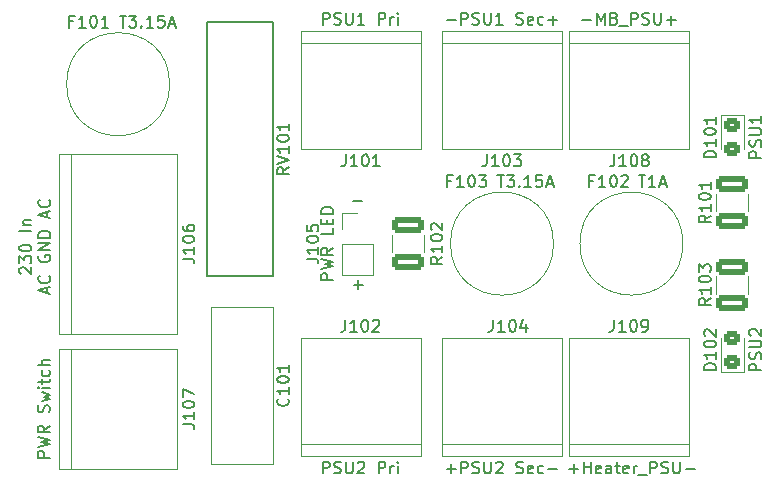
<source format=gto>
G04 #@! TF.GenerationSoftware,KiCad,Pcbnew,(6.0.8)*
G04 #@! TF.CreationDate,2022-10-30T15:33:41+01:00*
G04 #@! TF.ProjectId,PowerInput,506f7765-7249-46e7-9075-742e6b696361,rev?*
G04 #@! TF.SameCoordinates,Original*
G04 #@! TF.FileFunction,Legend,Top*
G04 #@! TF.FilePolarity,Positive*
%FSLAX46Y46*%
G04 Gerber Fmt 4.6, Leading zero omitted, Abs format (unit mm)*
G04 Created by KiCad (PCBNEW (6.0.8)) date 2022-10-30 15:33:41*
%MOMM*%
%LPD*%
G01*
G04 APERTURE LIST*
G04 Aperture macros list*
%AMRoundRect*
0 Rectangle with rounded corners*
0 $1 Rounding radius*
0 $2 $3 $4 $5 $6 $7 $8 $9 X,Y pos of 4 corners*
0 Add a 4 corners polygon primitive as box body*
4,1,4,$2,$3,$4,$5,$6,$7,$8,$9,$2,$3,0*
0 Add four circle primitives for the rounded corners*
1,1,$1+$1,$2,$3*
1,1,$1+$1,$4,$5*
1,1,$1+$1,$6,$7*
1,1,$1+$1,$8,$9*
0 Add four rect primitives between the rounded corners*
20,1,$1+$1,$2,$3,$4,$5,0*
20,1,$1+$1,$4,$5,$6,$7,0*
20,1,$1+$1,$6,$7,$8,$9,0*
20,1,$1+$1,$8,$9,$2,$3,0*%
G04 Aperture macros list end*
%ADD10C,0.150000*%
%ADD11C,0.120000*%
%ADD12RoundRect,0.250000X-1.075000X0.400000X-1.075000X-0.400000X1.075000X-0.400000X1.075000X0.400000X0*%
%ADD13R,1.700000X1.700000*%
%ADD14O,1.700000X1.700000*%
%ADD15C,3.200000*%
%ADD16C,2.000000*%
%ADD17RoundRect,0.250000X1.075000X-0.400000X1.075000X0.400000X-1.075000X0.400000X-1.075000X-0.400000X0*%
%ADD18R,3.000000X3.000000*%
%ADD19C,3.000000*%
%ADD20C,0.800000*%
%ADD21C,6.400000*%
%ADD22RoundRect,0.250000X0.450000X-0.325000X0.450000X0.325000X-0.450000X0.325000X-0.450000X-0.325000X0*%
%ADD23RoundRect,0.250000X-0.450000X0.325000X-0.450000X-0.325000X0.450000X-0.325000X0.450000X0.325000X0*%
G04 APERTURE END LIST*
D10*
X78702380Y-83119047D02*
X77702380Y-83119047D01*
X77702380Y-82738095D01*
X77750000Y-82642857D01*
X77797619Y-82595238D01*
X77892857Y-82547619D01*
X78035714Y-82547619D01*
X78130952Y-82595238D01*
X78178571Y-82642857D01*
X78226190Y-82738095D01*
X78226190Y-83119047D01*
X77702380Y-82214285D02*
X78702380Y-81976190D01*
X77988095Y-81785714D01*
X78702380Y-81595238D01*
X77702380Y-81357142D01*
X78702380Y-80404761D02*
X78226190Y-80738095D01*
X78702380Y-80976190D02*
X77702380Y-80976190D01*
X77702380Y-80595238D01*
X77750000Y-80500000D01*
X77797619Y-80452380D01*
X77892857Y-80404761D01*
X78035714Y-80404761D01*
X78130952Y-80452380D01*
X78178571Y-80500000D01*
X78226190Y-80595238D01*
X78226190Y-80976190D01*
X78654761Y-79261904D02*
X78702380Y-79119047D01*
X78702380Y-78880952D01*
X78654761Y-78785714D01*
X78607142Y-78738095D01*
X78511904Y-78690476D01*
X78416666Y-78690476D01*
X78321428Y-78738095D01*
X78273809Y-78785714D01*
X78226190Y-78880952D01*
X78178571Y-79071428D01*
X78130952Y-79166666D01*
X78083333Y-79214285D01*
X77988095Y-79261904D01*
X77892857Y-79261904D01*
X77797619Y-79214285D01*
X77750000Y-79166666D01*
X77702380Y-79071428D01*
X77702380Y-78833333D01*
X77750000Y-78690476D01*
X78035714Y-78357142D02*
X78702380Y-78166666D01*
X78226190Y-77976190D01*
X78702380Y-77785714D01*
X78035714Y-77595238D01*
X78702380Y-77214285D02*
X78035714Y-77214285D01*
X77702380Y-77214285D02*
X77750000Y-77261904D01*
X77797619Y-77214285D01*
X77750000Y-77166666D01*
X77702380Y-77214285D01*
X77797619Y-77214285D01*
X78035714Y-76880952D02*
X78035714Y-76500000D01*
X77702380Y-76738095D02*
X78559523Y-76738095D01*
X78654761Y-76690476D01*
X78702380Y-76595238D01*
X78702380Y-76500000D01*
X78654761Y-75738095D02*
X78702380Y-75833333D01*
X78702380Y-76023809D01*
X78654761Y-76119047D01*
X78607142Y-76166666D01*
X78511904Y-76214285D01*
X78226190Y-76214285D01*
X78130952Y-76166666D01*
X78083333Y-76119047D01*
X78035714Y-76023809D01*
X78035714Y-75833333D01*
X78083333Y-75738095D01*
X78702380Y-75309523D02*
X77702380Y-75309523D01*
X78702380Y-74880952D02*
X78178571Y-74880952D01*
X78083333Y-74928571D01*
X78035714Y-75023809D01*
X78035714Y-75166666D01*
X78083333Y-75261904D01*
X78130952Y-75309523D01*
X76242619Y-67559523D02*
X76195000Y-67511904D01*
X76147380Y-67416666D01*
X76147380Y-67178571D01*
X76195000Y-67083333D01*
X76242619Y-67035714D01*
X76337857Y-66988095D01*
X76433095Y-66988095D01*
X76575952Y-67035714D01*
X77147380Y-67607142D01*
X77147380Y-66988095D01*
X76147380Y-66654761D02*
X76147380Y-66035714D01*
X76528333Y-66369047D01*
X76528333Y-66226190D01*
X76575952Y-66130952D01*
X76623571Y-66083333D01*
X76718809Y-66035714D01*
X76956904Y-66035714D01*
X77052142Y-66083333D01*
X77099761Y-66130952D01*
X77147380Y-66226190D01*
X77147380Y-66511904D01*
X77099761Y-66607142D01*
X77052142Y-66654761D01*
X76147380Y-65416666D02*
X76147380Y-65321428D01*
X76195000Y-65226190D01*
X76242619Y-65178571D01*
X76337857Y-65130952D01*
X76528333Y-65083333D01*
X76766428Y-65083333D01*
X76956904Y-65130952D01*
X77052142Y-65178571D01*
X77099761Y-65226190D01*
X77147380Y-65321428D01*
X77147380Y-65416666D01*
X77099761Y-65511904D01*
X77052142Y-65559523D01*
X76956904Y-65607142D01*
X76766428Y-65654761D01*
X76528333Y-65654761D01*
X76337857Y-65607142D01*
X76242619Y-65559523D01*
X76195000Y-65511904D01*
X76147380Y-65416666D01*
X77147380Y-63892857D02*
X76147380Y-63892857D01*
X76480714Y-63416666D02*
X77147380Y-63416666D01*
X76575952Y-63416666D02*
X76528333Y-63369047D01*
X76480714Y-63273809D01*
X76480714Y-63130952D01*
X76528333Y-63035714D01*
X76623571Y-62988095D01*
X77147380Y-62988095D01*
X78471666Y-69202380D02*
X78471666Y-68726190D01*
X78757380Y-69297619D02*
X77757380Y-68964285D01*
X78757380Y-68630952D01*
X78662142Y-67726190D02*
X78709761Y-67773809D01*
X78757380Y-67916666D01*
X78757380Y-68011904D01*
X78709761Y-68154761D01*
X78614523Y-68249999D01*
X78519285Y-68297619D01*
X78328809Y-68345238D01*
X78185952Y-68345238D01*
X77995476Y-68297619D01*
X77900238Y-68249999D01*
X77805000Y-68154761D01*
X77757380Y-68011904D01*
X77757380Y-67916666D01*
X77805000Y-67773809D01*
X77852619Y-67726190D01*
X77805000Y-66011904D02*
X77757380Y-66107142D01*
X77757380Y-66249999D01*
X77805000Y-66392857D01*
X77900238Y-66488095D01*
X77995476Y-66535714D01*
X78185952Y-66583333D01*
X78328809Y-66583333D01*
X78519285Y-66535714D01*
X78614523Y-66488095D01*
X78709761Y-66392857D01*
X78757380Y-66249999D01*
X78757380Y-66154761D01*
X78709761Y-66011904D01*
X78662142Y-65964285D01*
X78328809Y-65964285D01*
X78328809Y-66154761D01*
X78757380Y-65535714D02*
X77757380Y-65535714D01*
X78757380Y-64964285D01*
X77757380Y-64964285D01*
X78757380Y-64488095D02*
X77757380Y-64488095D01*
X77757380Y-64250000D01*
X77805000Y-64107142D01*
X77900238Y-64011904D01*
X77995476Y-63964285D01*
X78185952Y-63916666D01*
X78328809Y-63916666D01*
X78519285Y-63964285D01*
X78614523Y-64011904D01*
X78709761Y-64107142D01*
X78757380Y-64250000D01*
X78757380Y-64488095D01*
X78471666Y-62773809D02*
X78471666Y-62297619D01*
X78757380Y-62869047D02*
X77757380Y-62535714D01*
X78757380Y-62202380D01*
X78662142Y-61297619D02*
X78709761Y-61345238D01*
X78757380Y-61488095D01*
X78757380Y-61583333D01*
X78709761Y-61726190D01*
X78614523Y-61821428D01*
X78519285Y-61869047D01*
X78328809Y-61916666D01*
X78185952Y-61916666D01*
X77995476Y-61869047D01*
X77900238Y-61821428D01*
X77805000Y-61726190D01*
X77757380Y-61583333D01*
X77757380Y-61488095D01*
X77805000Y-61345238D01*
X77852619Y-61297619D01*
X122690476Y-84071428D02*
X123452380Y-84071428D01*
X123071428Y-84452380D02*
X123071428Y-83690476D01*
X123928571Y-84452380D02*
X123928571Y-83452380D01*
X123928571Y-83928571D02*
X124500000Y-83928571D01*
X124500000Y-84452380D02*
X124500000Y-83452380D01*
X125357142Y-84404761D02*
X125261904Y-84452380D01*
X125071428Y-84452380D01*
X124976190Y-84404761D01*
X124928571Y-84309523D01*
X124928571Y-83928571D01*
X124976190Y-83833333D01*
X125071428Y-83785714D01*
X125261904Y-83785714D01*
X125357142Y-83833333D01*
X125404761Y-83928571D01*
X125404761Y-84023809D01*
X124928571Y-84119047D01*
X126261904Y-84452380D02*
X126261904Y-83928571D01*
X126214285Y-83833333D01*
X126119047Y-83785714D01*
X125928571Y-83785714D01*
X125833333Y-83833333D01*
X126261904Y-84404761D02*
X126166666Y-84452380D01*
X125928571Y-84452380D01*
X125833333Y-84404761D01*
X125785714Y-84309523D01*
X125785714Y-84214285D01*
X125833333Y-84119047D01*
X125928571Y-84071428D01*
X126166666Y-84071428D01*
X126261904Y-84023809D01*
X126595238Y-83785714D02*
X126976190Y-83785714D01*
X126738095Y-83452380D02*
X126738095Y-84309523D01*
X126785714Y-84404761D01*
X126880952Y-84452380D01*
X126976190Y-84452380D01*
X127690476Y-84404761D02*
X127595238Y-84452380D01*
X127404761Y-84452380D01*
X127309523Y-84404761D01*
X127261904Y-84309523D01*
X127261904Y-83928571D01*
X127309523Y-83833333D01*
X127404761Y-83785714D01*
X127595238Y-83785714D01*
X127690476Y-83833333D01*
X127738095Y-83928571D01*
X127738095Y-84023809D01*
X127261904Y-84119047D01*
X128166666Y-84452380D02*
X128166666Y-83785714D01*
X128166666Y-83976190D02*
X128214285Y-83880952D01*
X128261904Y-83833333D01*
X128357142Y-83785714D01*
X128452380Y-83785714D01*
X128547619Y-84547619D02*
X129309523Y-84547619D01*
X129547619Y-84452380D02*
X129547619Y-83452380D01*
X129928571Y-83452380D01*
X130023809Y-83500000D01*
X130071428Y-83547619D01*
X130119047Y-83642857D01*
X130119047Y-83785714D01*
X130071428Y-83880952D01*
X130023809Y-83928571D01*
X129928571Y-83976190D01*
X129547619Y-83976190D01*
X130500000Y-84404761D02*
X130642857Y-84452380D01*
X130880952Y-84452380D01*
X130976190Y-84404761D01*
X131023809Y-84357142D01*
X131071428Y-84261904D01*
X131071428Y-84166666D01*
X131023809Y-84071428D01*
X130976190Y-84023809D01*
X130880952Y-83976190D01*
X130690476Y-83928571D01*
X130595238Y-83880952D01*
X130547619Y-83833333D01*
X130500000Y-83738095D01*
X130500000Y-83642857D01*
X130547619Y-83547619D01*
X130595238Y-83500000D01*
X130690476Y-83452380D01*
X130928571Y-83452380D01*
X131071428Y-83500000D01*
X131500000Y-83452380D02*
X131500000Y-84261904D01*
X131547619Y-84357142D01*
X131595238Y-84404761D01*
X131690476Y-84452380D01*
X131880952Y-84452380D01*
X131976190Y-84404761D01*
X132023809Y-84357142D01*
X132071428Y-84261904D01*
X132071428Y-83452380D01*
X132547619Y-84071428D02*
X133309523Y-84071428D01*
X112309523Y-84071428D02*
X113071428Y-84071428D01*
X112690476Y-84452380D02*
X112690476Y-83690476D01*
X113547619Y-84452380D02*
X113547619Y-83452380D01*
X113928571Y-83452380D01*
X114023809Y-83500000D01*
X114071428Y-83547619D01*
X114119047Y-83642857D01*
X114119047Y-83785714D01*
X114071428Y-83880952D01*
X114023809Y-83928571D01*
X113928571Y-83976190D01*
X113547619Y-83976190D01*
X114500000Y-84404761D02*
X114642857Y-84452380D01*
X114880952Y-84452380D01*
X114976190Y-84404761D01*
X115023809Y-84357142D01*
X115071428Y-84261904D01*
X115071428Y-84166666D01*
X115023809Y-84071428D01*
X114976190Y-84023809D01*
X114880952Y-83976190D01*
X114690476Y-83928571D01*
X114595238Y-83880952D01*
X114547619Y-83833333D01*
X114500000Y-83738095D01*
X114500000Y-83642857D01*
X114547619Y-83547619D01*
X114595238Y-83500000D01*
X114690476Y-83452380D01*
X114928571Y-83452380D01*
X115071428Y-83500000D01*
X115500000Y-83452380D02*
X115500000Y-84261904D01*
X115547619Y-84357142D01*
X115595238Y-84404761D01*
X115690476Y-84452380D01*
X115880952Y-84452380D01*
X115976190Y-84404761D01*
X116023809Y-84357142D01*
X116071428Y-84261904D01*
X116071428Y-83452380D01*
X116500000Y-83547619D02*
X116547619Y-83500000D01*
X116642857Y-83452380D01*
X116880952Y-83452380D01*
X116976190Y-83500000D01*
X117023809Y-83547619D01*
X117071428Y-83642857D01*
X117071428Y-83738095D01*
X117023809Y-83880952D01*
X116452380Y-84452380D01*
X117071428Y-84452380D01*
X118214285Y-84404761D02*
X118357142Y-84452380D01*
X118595238Y-84452380D01*
X118690476Y-84404761D01*
X118738095Y-84357142D01*
X118785714Y-84261904D01*
X118785714Y-84166666D01*
X118738095Y-84071428D01*
X118690476Y-84023809D01*
X118595238Y-83976190D01*
X118404761Y-83928571D01*
X118309523Y-83880952D01*
X118261904Y-83833333D01*
X118214285Y-83738095D01*
X118214285Y-83642857D01*
X118261904Y-83547619D01*
X118309523Y-83500000D01*
X118404761Y-83452380D01*
X118642857Y-83452380D01*
X118785714Y-83500000D01*
X119595238Y-84404761D02*
X119500000Y-84452380D01*
X119309523Y-84452380D01*
X119214285Y-84404761D01*
X119166666Y-84309523D01*
X119166666Y-83928571D01*
X119214285Y-83833333D01*
X119309523Y-83785714D01*
X119500000Y-83785714D01*
X119595238Y-83833333D01*
X119642857Y-83928571D01*
X119642857Y-84023809D01*
X119166666Y-84119047D01*
X120500000Y-84404761D02*
X120404761Y-84452380D01*
X120214285Y-84452380D01*
X120119047Y-84404761D01*
X120071428Y-84357142D01*
X120023809Y-84261904D01*
X120023809Y-83976190D01*
X120071428Y-83880952D01*
X120119047Y-83833333D01*
X120214285Y-83785714D01*
X120404761Y-83785714D01*
X120500000Y-83833333D01*
X120928571Y-84071428D02*
X121690476Y-84071428D01*
X123797619Y-46071428D02*
X124559523Y-46071428D01*
X125035714Y-46452380D02*
X125035714Y-45452380D01*
X125369047Y-46166666D01*
X125702380Y-45452380D01*
X125702380Y-46452380D01*
X126511904Y-45928571D02*
X126654761Y-45976190D01*
X126702380Y-46023809D01*
X126750000Y-46119047D01*
X126750000Y-46261904D01*
X126702380Y-46357142D01*
X126654761Y-46404761D01*
X126559523Y-46452380D01*
X126178571Y-46452380D01*
X126178571Y-45452380D01*
X126511904Y-45452380D01*
X126607142Y-45500000D01*
X126654761Y-45547619D01*
X126702380Y-45642857D01*
X126702380Y-45738095D01*
X126654761Y-45833333D01*
X126607142Y-45880952D01*
X126511904Y-45928571D01*
X126178571Y-45928571D01*
X126940476Y-46547619D02*
X127702380Y-46547619D01*
X127940476Y-46452380D02*
X127940476Y-45452380D01*
X128321428Y-45452380D01*
X128416666Y-45500000D01*
X128464285Y-45547619D01*
X128511904Y-45642857D01*
X128511904Y-45785714D01*
X128464285Y-45880952D01*
X128416666Y-45928571D01*
X128321428Y-45976190D01*
X127940476Y-45976190D01*
X128892857Y-46404761D02*
X129035714Y-46452380D01*
X129273809Y-46452380D01*
X129369047Y-46404761D01*
X129416666Y-46357142D01*
X129464285Y-46261904D01*
X129464285Y-46166666D01*
X129416666Y-46071428D01*
X129369047Y-46023809D01*
X129273809Y-45976190D01*
X129083333Y-45928571D01*
X128988095Y-45880952D01*
X128940476Y-45833333D01*
X128892857Y-45738095D01*
X128892857Y-45642857D01*
X128940476Y-45547619D01*
X128988095Y-45500000D01*
X129083333Y-45452380D01*
X129321428Y-45452380D01*
X129464285Y-45500000D01*
X129892857Y-45452380D02*
X129892857Y-46261904D01*
X129940476Y-46357142D01*
X129988095Y-46404761D01*
X130083333Y-46452380D01*
X130273809Y-46452380D01*
X130369047Y-46404761D01*
X130416666Y-46357142D01*
X130464285Y-46261904D01*
X130464285Y-45452380D01*
X130940476Y-46071428D02*
X131702380Y-46071428D01*
X131321428Y-46452380D02*
X131321428Y-45690476D01*
X112309523Y-46071428D02*
X113071428Y-46071428D01*
X113547619Y-46452380D02*
X113547619Y-45452380D01*
X113928571Y-45452380D01*
X114023809Y-45500000D01*
X114071428Y-45547619D01*
X114119047Y-45642857D01*
X114119047Y-45785714D01*
X114071428Y-45880952D01*
X114023809Y-45928571D01*
X113928571Y-45976190D01*
X113547619Y-45976190D01*
X114500000Y-46404761D02*
X114642857Y-46452380D01*
X114880952Y-46452380D01*
X114976190Y-46404761D01*
X115023809Y-46357142D01*
X115071428Y-46261904D01*
X115071428Y-46166666D01*
X115023809Y-46071428D01*
X114976190Y-46023809D01*
X114880952Y-45976190D01*
X114690476Y-45928571D01*
X114595238Y-45880952D01*
X114547619Y-45833333D01*
X114500000Y-45738095D01*
X114500000Y-45642857D01*
X114547619Y-45547619D01*
X114595238Y-45500000D01*
X114690476Y-45452380D01*
X114928571Y-45452380D01*
X115071428Y-45500000D01*
X115500000Y-45452380D02*
X115500000Y-46261904D01*
X115547619Y-46357142D01*
X115595238Y-46404761D01*
X115690476Y-46452380D01*
X115880952Y-46452380D01*
X115976190Y-46404761D01*
X116023809Y-46357142D01*
X116071428Y-46261904D01*
X116071428Y-45452380D01*
X117071428Y-46452380D02*
X116500000Y-46452380D01*
X116785714Y-46452380D02*
X116785714Y-45452380D01*
X116690476Y-45595238D01*
X116595238Y-45690476D01*
X116500000Y-45738095D01*
X118214285Y-46404761D02*
X118357142Y-46452380D01*
X118595238Y-46452380D01*
X118690476Y-46404761D01*
X118738095Y-46357142D01*
X118785714Y-46261904D01*
X118785714Y-46166666D01*
X118738095Y-46071428D01*
X118690476Y-46023809D01*
X118595238Y-45976190D01*
X118404761Y-45928571D01*
X118309523Y-45880952D01*
X118261904Y-45833333D01*
X118214285Y-45738095D01*
X118214285Y-45642857D01*
X118261904Y-45547619D01*
X118309523Y-45500000D01*
X118404761Y-45452380D01*
X118642857Y-45452380D01*
X118785714Y-45500000D01*
X119595238Y-46404761D02*
X119500000Y-46452380D01*
X119309523Y-46452380D01*
X119214285Y-46404761D01*
X119166666Y-46309523D01*
X119166666Y-45928571D01*
X119214285Y-45833333D01*
X119309523Y-45785714D01*
X119500000Y-45785714D01*
X119595238Y-45833333D01*
X119642857Y-45928571D01*
X119642857Y-46023809D01*
X119166666Y-46119047D01*
X120500000Y-46404761D02*
X120404761Y-46452380D01*
X120214285Y-46452380D01*
X120119047Y-46404761D01*
X120071428Y-46357142D01*
X120023809Y-46261904D01*
X120023809Y-45976190D01*
X120071428Y-45880952D01*
X120119047Y-45833333D01*
X120214285Y-45785714D01*
X120404761Y-45785714D01*
X120500000Y-45833333D01*
X120928571Y-46071428D02*
X121690476Y-46071428D01*
X121309523Y-46452380D02*
X121309523Y-45690476D01*
X101833333Y-84452380D02*
X101833333Y-83452380D01*
X102214285Y-83452380D01*
X102309523Y-83500000D01*
X102357142Y-83547619D01*
X102404761Y-83642857D01*
X102404761Y-83785714D01*
X102357142Y-83880952D01*
X102309523Y-83928571D01*
X102214285Y-83976190D01*
X101833333Y-83976190D01*
X102785714Y-84404761D02*
X102928571Y-84452380D01*
X103166666Y-84452380D01*
X103261904Y-84404761D01*
X103309523Y-84357142D01*
X103357142Y-84261904D01*
X103357142Y-84166666D01*
X103309523Y-84071428D01*
X103261904Y-84023809D01*
X103166666Y-83976190D01*
X102976190Y-83928571D01*
X102880952Y-83880952D01*
X102833333Y-83833333D01*
X102785714Y-83738095D01*
X102785714Y-83642857D01*
X102833333Y-83547619D01*
X102880952Y-83500000D01*
X102976190Y-83452380D01*
X103214285Y-83452380D01*
X103357142Y-83500000D01*
X103785714Y-83452380D02*
X103785714Y-84261904D01*
X103833333Y-84357142D01*
X103880952Y-84404761D01*
X103976190Y-84452380D01*
X104166666Y-84452380D01*
X104261904Y-84404761D01*
X104309523Y-84357142D01*
X104357142Y-84261904D01*
X104357142Y-83452380D01*
X104785714Y-83547619D02*
X104833333Y-83500000D01*
X104928571Y-83452380D01*
X105166666Y-83452380D01*
X105261904Y-83500000D01*
X105309523Y-83547619D01*
X105357142Y-83642857D01*
X105357142Y-83738095D01*
X105309523Y-83880952D01*
X104738095Y-84452380D01*
X105357142Y-84452380D01*
X106547619Y-84452380D02*
X106547619Y-83452380D01*
X106928571Y-83452380D01*
X107023809Y-83500000D01*
X107071428Y-83547619D01*
X107119047Y-83642857D01*
X107119047Y-83785714D01*
X107071428Y-83880952D01*
X107023809Y-83928571D01*
X106928571Y-83976190D01*
X106547619Y-83976190D01*
X107547619Y-84452380D02*
X107547619Y-83785714D01*
X107547619Y-83976190D02*
X107595238Y-83880952D01*
X107642857Y-83833333D01*
X107738095Y-83785714D01*
X107833333Y-83785714D01*
X108166666Y-84452380D02*
X108166666Y-83785714D01*
X108166666Y-83452380D02*
X108119047Y-83500000D01*
X108166666Y-83547619D01*
X108214285Y-83500000D01*
X108166666Y-83452380D01*
X108166666Y-83547619D01*
X101833333Y-46452380D02*
X101833333Y-45452380D01*
X102214285Y-45452380D01*
X102309523Y-45500000D01*
X102357142Y-45547619D01*
X102404761Y-45642857D01*
X102404761Y-45785714D01*
X102357142Y-45880952D01*
X102309523Y-45928571D01*
X102214285Y-45976190D01*
X101833333Y-45976190D01*
X102785714Y-46404761D02*
X102928571Y-46452380D01*
X103166666Y-46452380D01*
X103261904Y-46404761D01*
X103309523Y-46357142D01*
X103357142Y-46261904D01*
X103357142Y-46166666D01*
X103309523Y-46071428D01*
X103261904Y-46023809D01*
X103166666Y-45976190D01*
X102976190Y-45928571D01*
X102880952Y-45880952D01*
X102833333Y-45833333D01*
X102785714Y-45738095D01*
X102785714Y-45642857D01*
X102833333Y-45547619D01*
X102880952Y-45500000D01*
X102976190Y-45452380D01*
X103214285Y-45452380D01*
X103357142Y-45500000D01*
X103785714Y-45452380D02*
X103785714Y-46261904D01*
X103833333Y-46357142D01*
X103880952Y-46404761D01*
X103976190Y-46452380D01*
X104166666Y-46452380D01*
X104261904Y-46404761D01*
X104309523Y-46357142D01*
X104357142Y-46261904D01*
X104357142Y-45452380D01*
X105357142Y-46452380D02*
X104785714Y-46452380D01*
X105071428Y-46452380D02*
X105071428Y-45452380D01*
X104976190Y-45595238D01*
X104880952Y-45690476D01*
X104785714Y-45738095D01*
X106547619Y-46452380D02*
X106547619Y-45452380D01*
X106928571Y-45452380D01*
X107023809Y-45500000D01*
X107071428Y-45547619D01*
X107119047Y-45642857D01*
X107119047Y-45785714D01*
X107071428Y-45880952D01*
X107023809Y-45928571D01*
X106928571Y-45976190D01*
X106547619Y-45976190D01*
X107547619Y-46452380D02*
X107547619Y-45785714D01*
X107547619Y-45976190D02*
X107595238Y-45880952D01*
X107642857Y-45833333D01*
X107738095Y-45785714D01*
X107833333Y-45785714D01*
X108166666Y-46452380D02*
X108166666Y-45785714D01*
X108166666Y-45452380D02*
X108119047Y-45500000D01*
X108166666Y-45547619D01*
X108214285Y-45500000D01*
X108166666Y-45452380D01*
X108166666Y-45547619D01*
X138952380Y-75738095D02*
X137952380Y-75738095D01*
X137952380Y-75357142D01*
X138000000Y-75261904D01*
X138047619Y-75214285D01*
X138142857Y-75166666D01*
X138285714Y-75166666D01*
X138380952Y-75214285D01*
X138428571Y-75261904D01*
X138476190Y-75357142D01*
X138476190Y-75738095D01*
X138904761Y-74785714D02*
X138952380Y-74642857D01*
X138952380Y-74404761D01*
X138904761Y-74309523D01*
X138857142Y-74261904D01*
X138761904Y-74214285D01*
X138666666Y-74214285D01*
X138571428Y-74261904D01*
X138523809Y-74309523D01*
X138476190Y-74404761D01*
X138428571Y-74595238D01*
X138380952Y-74690476D01*
X138333333Y-74738095D01*
X138238095Y-74785714D01*
X138142857Y-74785714D01*
X138047619Y-74738095D01*
X138000000Y-74690476D01*
X137952380Y-74595238D01*
X137952380Y-74357142D01*
X138000000Y-74214285D01*
X137952380Y-73785714D02*
X138761904Y-73785714D01*
X138857142Y-73738095D01*
X138904761Y-73690476D01*
X138952380Y-73595238D01*
X138952380Y-73404761D01*
X138904761Y-73309523D01*
X138857142Y-73261904D01*
X138761904Y-73214285D01*
X137952380Y-73214285D01*
X138047619Y-72785714D02*
X138000000Y-72738095D01*
X137952380Y-72642857D01*
X137952380Y-72404761D01*
X138000000Y-72309523D01*
X138047619Y-72261904D01*
X138142857Y-72214285D01*
X138238095Y-72214285D01*
X138380952Y-72261904D01*
X138952380Y-72833333D01*
X138952380Y-72214285D01*
X138952380Y-57738095D02*
X137952380Y-57738095D01*
X137952380Y-57357142D01*
X138000000Y-57261904D01*
X138047619Y-57214285D01*
X138142857Y-57166666D01*
X138285714Y-57166666D01*
X138380952Y-57214285D01*
X138428571Y-57261904D01*
X138476190Y-57357142D01*
X138476190Y-57738095D01*
X138904761Y-56785714D02*
X138952380Y-56642857D01*
X138952380Y-56404761D01*
X138904761Y-56309523D01*
X138857142Y-56261904D01*
X138761904Y-56214285D01*
X138666666Y-56214285D01*
X138571428Y-56261904D01*
X138523809Y-56309523D01*
X138476190Y-56404761D01*
X138428571Y-56595238D01*
X138380952Y-56690476D01*
X138333333Y-56738095D01*
X138238095Y-56785714D01*
X138142857Y-56785714D01*
X138047619Y-56738095D01*
X138000000Y-56690476D01*
X137952380Y-56595238D01*
X137952380Y-56357142D01*
X138000000Y-56214285D01*
X137952380Y-55785714D02*
X138761904Y-55785714D01*
X138857142Y-55738095D01*
X138904761Y-55690476D01*
X138952380Y-55595238D01*
X138952380Y-55404761D01*
X138904761Y-55309523D01*
X138857142Y-55261904D01*
X138761904Y-55214285D01*
X137952380Y-55214285D01*
X138952380Y-54214285D02*
X138952380Y-54785714D01*
X138952380Y-54500000D02*
X137952380Y-54500000D01*
X138095238Y-54595238D01*
X138190476Y-54690476D01*
X138238095Y-54785714D01*
X105130952Y-61428571D02*
X104369047Y-61428571D01*
X104821428Y-68880952D02*
X104821428Y-68119047D01*
X105202380Y-68500000D02*
X104440476Y-68500000D01*
X102702380Y-68071428D02*
X101702380Y-68071428D01*
X101702380Y-67690476D01*
X101750000Y-67595238D01*
X101797619Y-67547619D01*
X101892857Y-67500000D01*
X102035714Y-67500000D01*
X102130952Y-67547619D01*
X102178571Y-67595238D01*
X102226190Y-67690476D01*
X102226190Y-68071428D01*
X101702380Y-67166666D02*
X102702380Y-66928571D01*
X101988095Y-66738095D01*
X102702380Y-66547619D01*
X101702380Y-66309523D01*
X102702380Y-65357142D02*
X102226190Y-65690476D01*
X102702380Y-65928571D02*
X101702380Y-65928571D01*
X101702380Y-65547619D01*
X101750000Y-65452380D01*
X101797619Y-65404761D01*
X101892857Y-65357142D01*
X102035714Y-65357142D01*
X102130952Y-65404761D01*
X102178571Y-65452380D01*
X102226190Y-65547619D01*
X102226190Y-65928571D01*
X102702380Y-63690476D02*
X102702380Y-64166666D01*
X101702380Y-64166666D01*
X102178571Y-63357142D02*
X102178571Y-63023809D01*
X102702380Y-62880952D02*
X102702380Y-63357142D01*
X101702380Y-63357142D01*
X101702380Y-62880952D01*
X102702380Y-62452380D02*
X101702380Y-62452380D01*
X101702380Y-62214285D01*
X101750000Y-62071428D01*
X101845238Y-61976190D01*
X101940476Y-61928571D01*
X102130952Y-61880952D01*
X102273809Y-61880952D01*
X102464285Y-61928571D01*
X102559523Y-61976190D01*
X102654761Y-62071428D01*
X102702380Y-62214285D01*
X102702380Y-62452380D01*
X84619047Y-45702380D02*
X85190476Y-45702380D01*
X84904761Y-46702380D02*
X84904761Y-45702380D01*
X85428571Y-45702380D02*
X86047619Y-45702380D01*
X85714285Y-46083333D01*
X85857142Y-46083333D01*
X85952380Y-46130952D01*
X86000000Y-46178571D01*
X86047619Y-46273809D01*
X86047619Y-46511904D01*
X86000000Y-46607142D01*
X85952380Y-46654761D01*
X85857142Y-46702380D01*
X85571428Y-46702380D01*
X85476190Y-46654761D01*
X85428571Y-46607142D01*
X86476190Y-46607142D02*
X86523809Y-46654761D01*
X86476190Y-46702380D01*
X86428571Y-46654761D01*
X86476190Y-46607142D01*
X86476190Y-46702380D01*
X87476190Y-46702380D02*
X86904761Y-46702380D01*
X87190476Y-46702380D02*
X87190476Y-45702380D01*
X87095238Y-45845238D01*
X87000000Y-45940476D01*
X86904761Y-45988095D01*
X88380952Y-45702380D02*
X87904761Y-45702380D01*
X87857142Y-46178571D01*
X87904761Y-46130952D01*
X88000000Y-46083333D01*
X88238095Y-46083333D01*
X88333333Y-46130952D01*
X88380952Y-46178571D01*
X88428571Y-46273809D01*
X88428571Y-46511904D01*
X88380952Y-46607142D01*
X88333333Y-46654761D01*
X88238095Y-46702380D01*
X88000000Y-46702380D01*
X87904761Y-46654761D01*
X87857142Y-46607142D01*
X88809523Y-46416666D02*
X89285714Y-46416666D01*
X88714285Y-46702380D02*
X89047619Y-45702380D01*
X89380952Y-46702380D01*
X128559523Y-59202380D02*
X129130952Y-59202380D01*
X128845238Y-60202380D02*
X128845238Y-59202380D01*
X129988095Y-60202380D02*
X129416666Y-60202380D01*
X129702380Y-60202380D02*
X129702380Y-59202380D01*
X129607142Y-59345238D01*
X129511904Y-59440476D01*
X129416666Y-59488095D01*
X130369047Y-59916666D02*
X130845238Y-59916666D01*
X130273809Y-60202380D02*
X130607142Y-59202380D01*
X130940476Y-60202380D01*
X116619047Y-59202380D02*
X117190476Y-59202380D01*
X116904761Y-60202380D02*
X116904761Y-59202380D01*
X117428571Y-59202380D02*
X118047619Y-59202380D01*
X117714285Y-59583333D01*
X117857142Y-59583333D01*
X117952380Y-59630952D01*
X118000000Y-59678571D01*
X118047619Y-59773809D01*
X118047619Y-60011904D01*
X118000000Y-60107142D01*
X117952380Y-60154761D01*
X117857142Y-60202380D01*
X117571428Y-60202380D01*
X117476190Y-60154761D01*
X117428571Y-60107142D01*
X118476190Y-60107142D02*
X118523809Y-60154761D01*
X118476190Y-60202380D01*
X118428571Y-60154761D01*
X118476190Y-60107142D01*
X118476190Y-60202380D01*
X119476190Y-60202380D02*
X118904761Y-60202380D01*
X119190476Y-60202380D02*
X119190476Y-59202380D01*
X119095238Y-59345238D01*
X119000000Y-59440476D01*
X118904761Y-59488095D01*
X120380952Y-59202380D02*
X119904761Y-59202380D01*
X119857142Y-59678571D01*
X119904761Y-59630952D01*
X120000000Y-59583333D01*
X120238095Y-59583333D01*
X120333333Y-59630952D01*
X120380952Y-59678571D01*
X120428571Y-59773809D01*
X120428571Y-60011904D01*
X120380952Y-60107142D01*
X120333333Y-60154761D01*
X120238095Y-60202380D01*
X120000000Y-60202380D01*
X119904761Y-60154761D01*
X119857142Y-60107142D01*
X120809523Y-59916666D02*
X121285714Y-59916666D01*
X120714285Y-60202380D02*
X121047619Y-59202380D01*
X121380952Y-60202380D01*
X111952380Y-66119047D02*
X111476190Y-66452380D01*
X111952380Y-66690476D02*
X110952380Y-66690476D01*
X110952380Y-66309523D01*
X111000000Y-66214285D01*
X111047619Y-66166666D01*
X111142857Y-66119047D01*
X111285714Y-66119047D01*
X111380952Y-66166666D01*
X111428571Y-66214285D01*
X111476190Y-66309523D01*
X111476190Y-66690476D01*
X111952380Y-65166666D02*
X111952380Y-65738095D01*
X111952380Y-65452380D02*
X110952380Y-65452380D01*
X111095238Y-65547619D01*
X111190476Y-65642857D01*
X111238095Y-65738095D01*
X110952380Y-64547619D02*
X110952380Y-64452380D01*
X111000000Y-64357142D01*
X111047619Y-64309523D01*
X111142857Y-64261904D01*
X111333333Y-64214285D01*
X111571428Y-64214285D01*
X111761904Y-64261904D01*
X111857142Y-64309523D01*
X111904761Y-64357142D01*
X111952380Y-64452380D01*
X111952380Y-64547619D01*
X111904761Y-64642857D01*
X111857142Y-64690476D01*
X111761904Y-64738095D01*
X111571428Y-64785714D01*
X111333333Y-64785714D01*
X111142857Y-64738095D01*
X111047619Y-64690476D01*
X111000000Y-64642857D01*
X110952380Y-64547619D01*
X111047619Y-63833333D02*
X111000000Y-63785714D01*
X110952380Y-63690476D01*
X110952380Y-63452380D01*
X111000000Y-63357142D01*
X111047619Y-63309523D01*
X111142857Y-63261904D01*
X111238095Y-63261904D01*
X111380952Y-63309523D01*
X111952380Y-63880952D01*
X111952380Y-63261904D01*
X100452380Y-66285714D02*
X101166666Y-66285714D01*
X101309523Y-66333333D01*
X101404761Y-66428571D01*
X101452380Y-66571428D01*
X101452380Y-66666666D01*
X101452380Y-65285714D02*
X101452380Y-65857142D01*
X101452380Y-65571428D02*
X100452380Y-65571428D01*
X100595238Y-65666666D01*
X100690476Y-65761904D01*
X100738095Y-65857142D01*
X100452380Y-64666666D02*
X100452380Y-64571428D01*
X100500000Y-64476190D01*
X100547619Y-64428571D01*
X100642857Y-64380952D01*
X100833333Y-64333333D01*
X101071428Y-64333333D01*
X101261904Y-64380952D01*
X101357142Y-64428571D01*
X101404761Y-64476190D01*
X101452380Y-64571428D01*
X101452380Y-64666666D01*
X101404761Y-64761904D01*
X101357142Y-64809523D01*
X101261904Y-64857142D01*
X101071428Y-64904761D01*
X100833333Y-64904761D01*
X100642857Y-64857142D01*
X100547619Y-64809523D01*
X100500000Y-64761904D01*
X100452380Y-64666666D01*
X100452380Y-63428571D02*
X100452380Y-63904761D01*
X100928571Y-63952380D01*
X100880952Y-63904761D01*
X100833333Y-63809523D01*
X100833333Y-63571428D01*
X100880952Y-63476190D01*
X100928571Y-63428571D01*
X101023809Y-63380952D01*
X101261904Y-63380952D01*
X101357142Y-63428571D01*
X101404761Y-63476190D01*
X101452380Y-63571428D01*
X101452380Y-63809523D01*
X101404761Y-63904761D01*
X101357142Y-63952380D01*
X98952380Y-58547619D02*
X98476190Y-58880952D01*
X98952380Y-59119047D02*
X97952380Y-59119047D01*
X97952380Y-58738095D01*
X98000000Y-58642857D01*
X98047619Y-58595238D01*
X98142857Y-58547619D01*
X98285714Y-58547619D01*
X98380952Y-58595238D01*
X98428571Y-58642857D01*
X98476190Y-58738095D01*
X98476190Y-59119047D01*
X97952380Y-58261904D02*
X98952380Y-57928571D01*
X97952380Y-57595238D01*
X98952380Y-56738095D02*
X98952380Y-57309523D01*
X98952380Y-57023809D02*
X97952380Y-57023809D01*
X98095238Y-57119047D01*
X98190476Y-57214285D01*
X98238095Y-57309523D01*
X97952380Y-56119047D02*
X97952380Y-56023809D01*
X98000000Y-55928571D01*
X98047619Y-55880952D01*
X98142857Y-55833333D01*
X98333333Y-55785714D01*
X98571428Y-55785714D01*
X98761904Y-55833333D01*
X98857142Y-55880952D01*
X98904761Y-55928571D01*
X98952380Y-56023809D01*
X98952380Y-56119047D01*
X98904761Y-56214285D01*
X98857142Y-56261904D01*
X98761904Y-56309523D01*
X98571428Y-56357142D01*
X98333333Y-56357142D01*
X98142857Y-56309523D01*
X98047619Y-56261904D01*
X98000000Y-56214285D01*
X97952380Y-56119047D01*
X98952380Y-54833333D02*
X98952380Y-55404761D01*
X98952380Y-55119047D02*
X97952380Y-55119047D01*
X98095238Y-55214285D01*
X98190476Y-55309523D01*
X98238095Y-55404761D01*
X134672380Y-69619047D02*
X134196190Y-69952380D01*
X134672380Y-70190476D02*
X133672380Y-70190476D01*
X133672380Y-69809523D01*
X133720000Y-69714285D01*
X133767619Y-69666666D01*
X133862857Y-69619047D01*
X134005714Y-69619047D01*
X134100952Y-69666666D01*
X134148571Y-69714285D01*
X134196190Y-69809523D01*
X134196190Y-70190476D01*
X134672380Y-68666666D02*
X134672380Y-69238095D01*
X134672380Y-68952380D02*
X133672380Y-68952380D01*
X133815238Y-69047619D01*
X133910476Y-69142857D01*
X133958095Y-69238095D01*
X133672380Y-68047619D02*
X133672380Y-67952380D01*
X133720000Y-67857142D01*
X133767619Y-67809523D01*
X133862857Y-67761904D01*
X134053333Y-67714285D01*
X134291428Y-67714285D01*
X134481904Y-67761904D01*
X134577142Y-67809523D01*
X134624761Y-67857142D01*
X134672380Y-67952380D01*
X134672380Y-68047619D01*
X134624761Y-68142857D01*
X134577142Y-68190476D01*
X134481904Y-68238095D01*
X134291428Y-68285714D01*
X134053333Y-68285714D01*
X133862857Y-68238095D01*
X133767619Y-68190476D01*
X133720000Y-68142857D01*
X133672380Y-68047619D01*
X133672380Y-67380952D02*
X133672380Y-66761904D01*
X134053333Y-67095238D01*
X134053333Y-66952380D01*
X134100952Y-66857142D01*
X134148571Y-66809523D01*
X134243809Y-66761904D01*
X134481904Y-66761904D01*
X134577142Y-66809523D01*
X134624761Y-66857142D01*
X134672380Y-66952380D01*
X134672380Y-67238095D01*
X134624761Y-67333333D01*
X134577142Y-67380952D01*
X134672380Y-62619047D02*
X134196190Y-62952380D01*
X134672380Y-63190476D02*
X133672380Y-63190476D01*
X133672380Y-62809523D01*
X133720000Y-62714285D01*
X133767619Y-62666666D01*
X133862857Y-62619047D01*
X134005714Y-62619047D01*
X134100952Y-62666666D01*
X134148571Y-62714285D01*
X134196190Y-62809523D01*
X134196190Y-63190476D01*
X134672380Y-61666666D02*
X134672380Y-62238095D01*
X134672380Y-61952380D02*
X133672380Y-61952380D01*
X133815238Y-62047619D01*
X133910476Y-62142857D01*
X133958095Y-62238095D01*
X133672380Y-61047619D02*
X133672380Y-60952380D01*
X133720000Y-60857142D01*
X133767619Y-60809523D01*
X133862857Y-60761904D01*
X134053333Y-60714285D01*
X134291428Y-60714285D01*
X134481904Y-60761904D01*
X134577142Y-60809523D01*
X134624761Y-60857142D01*
X134672380Y-60952380D01*
X134672380Y-61047619D01*
X134624761Y-61142857D01*
X134577142Y-61190476D01*
X134481904Y-61238095D01*
X134291428Y-61285714D01*
X134053333Y-61285714D01*
X133862857Y-61238095D01*
X133767619Y-61190476D01*
X133720000Y-61142857D01*
X133672380Y-61047619D01*
X134672380Y-59761904D02*
X134672380Y-60333333D01*
X134672380Y-60047619D02*
X133672380Y-60047619D01*
X133815238Y-60142857D01*
X133910476Y-60238095D01*
X133958095Y-60333333D01*
X126464285Y-71452380D02*
X126464285Y-72166666D01*
X126416666Y-72309523D01*
X126321428Y-72404761D01*
X126178571Y-72452380D01*
X126083333Y-72452380D01*
X127464285Y-72452380D02*
X126892857Y-72452380D01*
X127178571Y-72452380D02*
X127178571Y-71452380D01*
X127083333Y-71595238D01*
X126988095Y-71690476D01*
X126892857Y-71738095D01*
X128083333Y-71452380D02*
X128178571Y-71452380D01*
X128273809Y-71500000D01*
X128321428Y-71547619D01*
X128369047Y-71642857D01*
X128416666Y-71833333D01*
X128416666Y-72071428D01*
X128369047Y-72261904D01*
X128321428Y-72357142D01*
X128273809Y-72404761D01*
X128178571Y-72452380D01*
X128083333Y-72452380D01*
X127988095Y-72404761D01*
X127940476Y-72357142D01*
X127892857Y-72261904D01*
X127845238Y-72071428D01*
X127845238Y-71833333D01*
X127892857Y-71642857D01*
X127940476Y-71547619D01*
X127988095Y-71500000D01*
X128083333Y-71452380D01*
X128892857Y-72452380D02*
X129083333Y-72452380D01*
X129178571Y-72404761D01*
X129226190Y-72357142D01*
X129321428Y-72214285D01*
X129369047Y-72023809D01*
X129369047Y-71642857D01*
X129321428Y-71547619D01*
X129273809Y-71500000D01*
X129178571Y-71452380D01*
X128988095Y-71452380D01*
X128892857Y-71500000D01*
X128845238Y-71547619D01*
X128797619Y-71642857D01*
X128797619Y-71880952D01*
X128845238Y-71976190D01*
X128892857Y-72023809D01*
X128988095Y-72071428D01*
X129178571Y-72071428D01*
X129273809Y-72023809D01*
X129321428Y-71976190D01*
X129369047Y-71880952D01*
X126504285Y-57452380D02*
X126504285Y-58166666D01*
X126456666Y-58309523D01*
X126361428Y-58404761D01*
X126218571Y-58452380D01*
X126123333Y-58452380D01*
X127504285Y-58452380D02*
X126932857Y-58452380D01*
X127218571Y-58452380D02*
X127218571Y-57452380D01*
X127123333Y-57595238D01*
X127028095Y-57690476D01*
X126932857Y-57738095D01*
X128123333Y-57452380D02*
X128218571Y-57452380D01*
X128313809Y-57500000D01*
X128361428Y-57547619D01*
X128409047Y-57642857D01*
X128456666Y-57833333D01*
X128456666Y-58071428D01*
X128409047Y-58261904D01*
X128361428Y-58357142D01*
X128313809Y-58404761D01*
X128218571Y-58452380D01*
X128123333Y-58452380D01*
X128028095Y-58404761D01*
X127980476Y-58357142D01*
X127932857Y-58261904D01*
X127885238Y-58071428D01*
X127885238Y-57833333D01*
X127932857Y-57642857D01*
X127980476Y-57547619D01*
X128028095Y-57500000D01*
X128123333Y-57452380D01*
X129028095Y-57880952D02*
X128932857Y-57833333D01*
X128885238Y-57785714D01*
X128837619Y-57690476D01*
X128837619Y-57642857D01*
X128885238Y-57547619D01*
X128932857Y-57500000D01*
X129028095Y-57452380D01*
X129218571Y-57452380D01*
X129313809Y-57500000D01*
X129361428Y-57547619D01*
X129409047Y-57642857D01*
X129409047Y-57690476D01*
X129361428Y-57785714D01*
X129313809Y-57833333D01*
X129218571Y-57880952D01*
X129028095Y-57880952D01*
X128932857Y-57928571D01*
X128885238Y-57976190D01*
X128837619Y-58071428D01*
X128837619Y-58261904D01*
X128885238Y-58357142D01*
X128932857Y-58404761D01*
X129028095Y-58452380D01*
X129218571Y-58452380D01*
X129313809Y-58404761D01*
X129361428Y-58357142D01*
X129409047Y-58261904D01*
X129409047Y-58071428D01*
X129361428Y-57976190D01*
X129313809Y-57928571D01*
X129218571Y-57880952D01*
X89952380Y-66285714D02*
X90666666Y-66285714D01*
X90809523Y-66333333D01*
X90904761Y-66428571D01*
X90952380Y-66571428D01*
X90952380Y-66666666D01*
X90952380Y-65285714D02*
X90952380Y-65857142D01*
X90952380Y-65571428D02*
X89952380Y-65571428D01*
X90095238Y-65666666D01*
X90190476Y-65761904D01*
X90238095Y-65857142D01*
X89952380Y-64666666D02*
X89952380Y-64571428D01*
X90000000Y-64476190D01*
X90047619Y-64428571D01*
X90142857Y-64380952D01*
X90333333Y-64333333D01*
X90571428Y-64333333D01*
X90761904Y-64380952D01*
X90857142Y-64428571D01*
X90904761Y-64476190D01*
X90952380Y-64571428D01*
X90952380Y-64666666D01*
X90904761Y-64761904D01*
X90857142Y-64809523D01*
X90761904Y-64857142D01*
X90571428Y-64904761D01*
X90333333Y-64904761D01*
X90142857Y-64857142D01*
X90047619Y-64809523D01*
X90000000Y-64761904D01*
X89952380Y-64666666D01*
X89952380Y-63476190D02*
X89952380Y-63666666D01*
X90000000Y-63761904D01*
X90047619Y-63809523D01*
X90190476Y-63904761D01*
X90380952Y-63952380D01*
X90761904Y-63952380D01*
X90857142Y-63904761D01*
X90904761Y-63857142D01*
X90952380Y-63761904D01*
X90952380Y-63571428D01*
X90904761Y-63476190D01*
X90857142Y-63428571D01*
X90761904Y-63380952D01*
X90523809Y-63380952D01*
X90428571Y-63428571D01*
X90380952Y-63476190D01*
X90333333Y-63571428D01*
X90333333Y-63761904D01*
X90380952Y-63857142D01*
X90428571Y-63904761D01*
X90523809Y-63952380D01*
X116214285Y-71452380D02*
X116214285Y-72166666D01*
X116166666Y-72309523D01*
X116071428Y-72404761D01*
X115928571Y-72452380D01*
X115833333Y-72452380D01*
X117214285Y-72452380D02*
X116642857Y-72452380D01*
X116928571Y-72452380D02*
X116928571Y-71452380D01*
X116833333Y-71595238D01*
X116738095Y-71690476D01*
X116642857Y-71738095D01*
X117833333Y-71452380D02*
X117928571Y-71452380D01*
X118023809Y-71500000D01*
X118071428Y-71547619D01*
X118119047Y-71642857D01*
X118166666Y-71833333D01*
X118166666Y-72071428D01*
X118119047Y-72261904D01*
X118071428Y-72357142D01*
X118023809Y-72404761D01*
X117928571Y-72452380D01*
X117833333Y-72452380D01*
X117738095Y-72404761D01*
X117690476Y-72357142D01*
X117642857Y-72261904D01*
X117595238Y-72071428D01*
X117595238Y-71833333D01*
X117642857Y-71642857D01*
X117690476Y-71547619D01*
X117738095Y-71500000D01*
X117833333Y-71452380D01*
X119023809Y-71785714D02*
X119023809Y-72452380D01*
X118785714Y-71404761D02*
X118547619Y-72119047D01*
X119166666Y-72119047D01*
X115714285Y-57452380D02*
X115714285Y-58166666D01*
X115666666Y-58309523D01*
X115571428Y-58404761D01*
X115428571Y-58452380D01*
X115333333Y-58452380D01*
X116714285Y-58452380D02*
X116142857Y-58452380D01*
X116428571Y-58452380D02*
X116428571Y-57452380D01*
X116333333Y-57595238D01*
X116238095Y-57690476D01*
X116142857Y-57738095D01*
X117333333Y-57452380D02*
X117428571Y-57452380D01*
X117523809Y-57500000D01*
X117571428Y-57547619D01*
X117619047Y-57642857D01*
X117666666Y-57833333D01*
X117666666Y-58071428D01*
X117619047Y-58261904D01*
X117571428Y-58357142D01*
X117523809Y-58404761D01*
X117428571Y-58452380D01*
X117333333Y-58452380D01*
X117238095Y-58404761D01*
X117190476Y-58357142D01*
X117142857Y-58261904D01*
X117095238Y-58071428D01*
X117095238Y-57833333D01*
X117142857Y-57642857D01*
X117190476Y-57547619D01*
X117238095Y-57500000D01*
X117333333Y-57452380D01*
X118000000Y-57452380D02*
X118619047Y-57452380D01*
X118285714Y-57833333D01*
X118428571Y-57833333D01*
X118523809Y-57880952D01*
X118571428Y-57928571D01*
X118619047Y-58023809D01*
X118619047Y-58261904D01*
X118571428Y-58357142D01*
X118523809Y-58404761D01*
X118428571Y-58452380D01*
X118142857Y-58452380D01*
X118047619Y-58404761D01*
X118000000Y-58357142D01*
X103714285Y-71452380D02*
X103714285Y-72166666D01*
X103666666Y-72309523D01*
X103571428Y-72404761D01*
X103428571Y-72452380D01*
X103333333Y-72452380D01*
X104714285Y-72452380D02*
X104142857Y-72452380D01*
X104428571Y-72452380D02*
X104428571Y-71452380D01*
X104333333Y-71595238D01*
X104238095Y-71690476D01*
X104142857Y-71738095D01*
X105333333Y-71452380D02*
X105428571Y-71452380D01*
X105523809Y-71500000D01*
X105571428Y-71547619D01*
X105619047Y-71642857D01*
X105666666Y-71833333D01*
X105666666Y-72071428D01*
X105619047Y-72261904D01*
X105571428Y-72357142D01*
X105523809Y-72404761D01*
X105428571Y-72452380D01*
X105333333Y-72452380D01*
X105238095Y-72404761D01*
X105190476Y-72357142D01*
X105142857Y-72261904D01*
X105095238Y-72071428D01*
X105095238Y-71833333D01*
X105142857Y-71642857D01*
X105190476Y-71547619D01*
X105238095Y-71500000D01*
X105333333Y-71452380D01*
X106047619Y-71547619D02*
X106095238Y-71500000D01*
X106190476Y-71452380D01*
X106428571Y-71452380D01*
X106523809Y-71500000D01*
X106571428Y-71547619D01*
X106619047Y-71642857D01*
X106619047Y-71738095D01*
X106571428Y-71880952D01*
X106000000Y-72452380D01*
X106619047Y-72452380D01*
X103754285Y-57452380D02*
X103754285Y-58166666D01*
X103706666Y-58309523D01*
X103611428Y-58404761D01*
X103468571Y-58452380D01*
X103373333Y-58452380D01*
X104754285Y-58452380D02*
X104182857Y-58452380D01*
X104468571Y-58452380D02*
X104468571Y-57452380D01*
X104373333Y-57595238D01*
X104278095Y-57690476D01*
X104182857Y-57738095D01*
X105373333Y-57452380D02*
X105468571Y-57452380D01*
X105563809Y-57500000D01*
X105611428Y-57547619D01*
X105659047Y-57642857D01*
X105706666Y-57833333D01*
X105706666Y-58071428D01*
X105659047Y-58261904D01*
X105611428Y-58357142D01*
X105563809Y-58404761D01*
X105468571Y-58452380D01*
X105373333Y-58452380D01*
X105278095Y-58404761D01*
X105230476Y-58357142D01*
X105182857Y-58261904D01*
X105135238Y-58071428D01*
X105135238Y-57833333D01*
X105182857Y-57642857D01*
X105230476Y-57547619D01*
X105278095Y-57500000D01*
X105373333Y-57452380D01*
X106659047Y-58452380D02*
X106087619Y-58452380D01*
X106373333Y-58452380D02*
X106373333Y-57452380D01*
X106278095Y-57595238D01*
X106182857Y-57690476D01*
X106087619Y-57738095D01*
X89952380Y-80285714D02*
X90666666Y-80285714D01*
X90809523Y-80333333D01*
X90904761Y-80428571D01*
X90952380Y-80571428D01*
X90952380Y-80666666D01*
X90952380Y-79285714D02*
X90952380Y-79857142D01*
X90952380Y-79571428D02*
X89952380Y-79571428D01*
X90095238Y-79666666D01*
X90190476Y-79761904D01*
X90238095Y-79857142D01*
X89952380Y-78666666D02*
X89952380Y-78571428D01*
X90000000Y-78476190D01*
X90047619Y-78428571D01*
X90142857Y-78380952D01*
X90333333Y-78333333D01*
X90571428Y-78333333D01*
X90761904Y-78380952D01*
X90857142Y-78428571D01*
X90904761Y-78476190D01*
X90952380Y-78571428D01*
X90952380Y-78666666D01*
X90904761Y-78761904D01*
X90857142Y-78809523D01*
X90761904Y-78857142D01*
X90571428Y-78904761D01*
X90333333Y-78904761D01*
X90142857Y-78857142D01*
X90047619Y-78809523D01*
X90000000Y-78761904D01*
X89952380Y-78666666D01*
X89952380Y-78000000D02*
X89952380Y-77333333D01*
X90952380Y-77761904D01*
X112714285Y-59678571D02*
X112380952Y-59678571D01*
X112380952Y-60202380D02*
X112380952Y-59202380D01*
X112857142Y-59202380D01*
X113761904Y-60202380D02*
X113190476Y-60202380D01*
X113476190Y-60202380D02*
X113476190Y-59202380D01*
X113380952Y-59345238D01*
X113285714Y-59440476D01*
X113190476Y-59488095D01*
X114380952Y-59202380D02*
X114476190Y-59202380D01*
X114571428Y-59250000D01*
X114619047Y-59297619D01*
X114666666Y-59392857D01*
X114714285Y-59583333D01*
X114714285Y-59821428D01*
X114666666Y-60011904D01*
X114619047Y-60107142D01*
X114571428Y-60154761D01*
X114476190Y-60202380D01*
X114380952Y-60202380D01*
X114285714Y-60154761D01*
X114238095Y-60107142D01*
X114190476Y-60011904D01*
X114142857Y-59821428D01*
X114142857Y-59583333D01*
X114190476Y-59392857D01*
X114238095Y-59297619D01*
X114285714Y-59250000D01*
X114380952Y-59202380D01*
X115047619Y-59202380D02*
X115666666Y-59202380D01*
X115333333Y-59583333D01*
X115476190Y-59583333D01*
X115571428Y-59630952D01*
X115619047Y-59678571D01*
X115666666Y-59773809D01*
X115666666Y-60011904D01*
X115619047Y-60107142D01*
X115571428Y-60154761D01*
X115476190Y-60202380D01*
X115190476Y-60202380D01*
X115095238Y-60154761D01*
X115047619Y-60107142D01*
X124714285Y-59678571D02*
X124380952Y-59678571D01*
X124380952Y-60202380D02*
X124380952Y-59202380D01*
X124857142Y-59202380D01*
X125761904Y-60202380D02*
X125190476Y-60202380D01*
X125476190Y-60202380D02*
X125476190Y-59202380D01*
X125380952Y-59345238D01*
X125285714Y-59440476D01*
X125190476Y-59488095D01*
X126380952Y-59202380D02*
X126476190Y-59202380D01*
X126571428Y-59250000D01*
X126619047Y-59297619D01*
X126666666Y-59392857D01*
X126714285Y-59583333D01*
X126714285Y-59821428D01*
X126666666Y-60011904D01*
X126619047Y-60107142D01*
X126571428Y-60154761D01*
X126476190Y-60202380D01*
X126380952Y-60202380D01*
X126285714Y-60154761D01*
X126238095Y-60107142D01*
X126190476Y-60011904D01*
X126142857Y-59821428D01*
X126142857Y-59583333D01*
X126190476Y-59392857D01*
X126238095Y-59297619D01*
X126285714Y-59250000D01*
X126380952Y-59202380D01*
X127095238Y-59297619D02*
X127142857Y-59250000D01*
X127238095Y-59202380D01*
X127476190Y-59202380D01*
X127571428Y-59250000D01*
X127619047Y-59297619D01*
X127666666Y-59392857D01*
X127666666Y-59488095D01*
X127619047Y-59630952D01*
X127047619Y-60202380D01*
X127666666Y-60202380D01*
X80714285Y-46178571D02*
X80380952Y-46178571D01*
X80380952Y-46702380D02*
X80380952Y-45702380D01*
X80857142Y-45702380D01*
X81761904Y-46702380D02*
X81190476Y-46702380D01*
X81476190Y-46702380D02*
X81476190Y-45702380D01*
X81380952Y-45845238D01*
X81285714Y-45940476D01*
X81190476Y-45988095D01*
X82380952Y-45702380D02*
X82476190Y-45702380D01*
X82571428Y-45750000D01*
X82619047Y-45797619D01*
X82666666Y-45892857D01*
X82714285Y-46083333D01*
X82714285Y-46321428D01*
X82666666Y-46511904D01*
X82619047Y-46607142D01*
X82571428Y-46654761D01*
X82476190Y-46702380D01*
X82380952Y-46702380D01*
X82285714Y-46654761D01*
X82238095Y-46607142D01*
X82190476Y-46511904D01*
X82142857Y-46321428D01*
X82142857Y-46083333D01*
X82190476Y-45892857D01*
X82238095Y-45797619D01*
X82285714Y-45750000D01*
X82380952Y-45702380D01*
X83666666Y-46702380D02*
X83095238Y-46702380D01*
X83380952Y-46702380D02*
X83380952Y-45702380D01*
X83285714Y-45845238D01*
X83190476Y-45940476D01*
X83095238Y-45988095D01*
X135102380Y-75690476D02*
X134102380Y-75690476D01*
X134102380Y-75452380D01*
X134150000Y-75309523D01*
X134245238Y-75214285D01*
X134340476Y-75166666D01*
X134530952Y-75119047D01*
X134673809Y-75119047D01*
X134864285Y-75166666D01*
X134959523Y-75214285D01*
X135054761Y-75309523D01*
X135102380Y-75452380D01*
X135102380Y-75690476D01*
X135102380Y-74166666D02*
X135102380Y-74738095D01*
X135102380Y-74452380D02*
X134102380Y-74452380D01*
X134245238Y-74547619D01*
X134340476Y-74642857D01*
X134388095Y-74738095D01*
X134102380Y-73547619D02*
X134102380Y-73452380D01*
X134150000Y-73357142D01*
X134197619Y-73309523D01*
X134292857Y-73261904D01*
X134483333Y-73214285D01*
X134721428Y-73214285D01*
X134911904Y-73261904D01*
X135007142Y-73309523D01*
X135054761Y-73357142D01*
X135102380Y-73452380D01*
X135102380Y-73547619D01*
X135054761Y-73642857D01*
X135007142Y-73690476D01*
X134911904Y-73738095D01*
X134721428Y-73785714D01*
X134483333Y-73785714D01*
X134292857Y-73738095D01*
X134197619Y-73690476D01*
X134150000Y-73642857D01*
X134102380Y-73547619D01*
X134197619Y-72833333D02*
X134150000Y-72785714D01*
X134102380Y-72690476D01*
X134102380Y-72452380D01*
X134150000Y-72357142D01*
X134197619Y-72309523D01*
X134292857Y-72261904D01*
X134388095Y-72261904D01*
X134530952Y-72309523D01*
X135102380Y-72880952D01*
X135102380Y-72261904D01*
X135102380Y-57690476D02*
X134102380Y-57690476D01*
X134102380Y-57452380D01*
X134150000Y-57309523D01*
X134245238Y-57214285D01*
X134340476Y-57166666D01*
X134530952Y-57119047D01*
X134673809Y-57119047D01*
X134864285Y-57166666D01*
X134959523Y-57214285D01*
X135054761Y-57309523D01*
X135102380Y-57452380D01*
X135102380Y-57690476D01*
X135102380Y-56166666D02*
X135102380Y-56738095D01*
X135102380Y-56452380D02*
X134102380Y-56452380D01*
X134245238Y-56547619D01*
X134340476Y-56642857D01*
X134388095Y-56738095D01*
X134102380Y-55547619D02*
X134102380Y-55452380D01*
X134150000Y-55357142D01*
X134197619Y-55309523D01*
X134292857Y-55261904D01*
X134483333Y-55214285D01*
X134721428Y-55214285D01*
X134911904Y-55261904D01*
X135007142Y-55309523D01*
X135054761Y-55357142D01*
X135102380Y-55452380D01*
X135102380Y-55547619D01*
X135054761Y-55642857D01*
X135007142Y-55690476D01*
X134911904Y-55738095D01*
X134721428Y-55785714D01*
X134483333Y-55785714D01*
X134292857Y-55738095D01*
X134197619Y-55690476D01*
X134150000Y-55642857D01*
X134102380Y-55547619D01*
X135102380Y-54261904D02*
X135102380Y-54833333D01*
X135102380Y-54547619D02*
X134102380Y-54547619D01*
X134245238Y-54642857D01*
X134340476Y-54738095D01*
X134388095Y-54833333D01*
X98857142Y-78119047D02*
X98904761Y-78166666D01*
X98952380Y-78309523D01*
X98952380Y-78404761D01*
X98904761Y-78547619D01*
X98809523Y-78642857D01*
X98714285Y-78690476D01*
X98523809Y-78738095D01*
X98380952Y-78738095D01*
X98190476Y-78690476D01*
X98095238Y-78642857D01*
X98000000Y-78547619D01*
X97952380Y-78404761D01*
X97952380Y-78309523D01*
X98000000Y-78166666D01*
X98047619Y-78119047D01*
X98952380Y-77166666D02*
X98952380Y-77738095D01*
X98952380Y-77452380D02*
X97952380Y-77452380D01*
X98095238Y-77547619D01*
X98190476Y-77642857D01*
X98238095Y-77738095D01*
X97952380Y-76547619D02*
X97952380Y-76452380D01*
X98000000Y-76357142D01*
X98047619Y-76309523D01*
X98142857Y-76261904D01*
X98333333Y-76214285D01*
X98571428Y-76214285D01*
X98761904Y-76261904D01*
X98857142Y-76309523D01*
X98904761Y-76357142D01*
X98952380Y-76452380D01*
X98952380Y-76547619D01*
X98904761Y-76642857D01*
X98857142Y-76690476D01*
X98761904Y-76738095D01*
X98571428Y-76785714D01*
X98333333Y-76785714D01*
X98142857Y-76738095D01*
X98047619Y-76690476D01*
X98000000Y-76642857D01*
X97952380Y-76547619D01*
X98952380Y-75261904D02*
X98952380Y-75833333D01*
X98952380Y-75547619D02*
X97952380Y-75547619D01*
X98095238Y-75642857D01*
X98190476Y-75738095D01*
X98238095Y-75833333D01*
D11*
X107645000Y-64276263D02*
X107645000Y-65723737D01*
X110355000Y-64276263D02*
X110355000Y-65723737D01*
X103420000Y-63750000D02*
X103420000Y-62420000D01*
X103420000Y-67620000D02*
X106080000Y-67620000D01*
X103420000Y-65020000D02*
X103420000Y-67620000D01*
X103420000Y-65020000D02*
X106080000Y-65020000D01*
X103420000Y-62420000D02*
X104750000Y-62420000D01*
X106080000Y-65020000D02*
X106080000Y-67620000D01*
D10*
X97600000Y-46250000D02*
X97600000Y-67750000D01*
X97600000Y-46250000D02*
X92000000Y-46250000D01*
X97600000Y-67750000D02*
X92000000Y-67750000D01*
X92000000Y-46250000D02*
X92000000Y-67750000D01*
D11*
X135145000Y-67776263D02*
X135145000Y-69223737D01*
X137855000Y-67776263D02*
X137855000Y-69223737D01*
X137855000Y-62223737D02*
X137855000Y-60776263D01*
X135145000Y-62223737D02*
X135145000Y-60776263D01*
X122670000Y-83000000D02*
X132830000Y-83000000D01*
X122670000Y-73000000D02*
X122670000Y-83000000D01*
X132830000Y-73000000D02*
X122670000Y-73000000D01*
X132830000Y-83000000D02*
X132830000Y-73000000D01*
X132830000Y-82000000D02*
X122670000Y-82000000D01*
X132830000Y-47000000D02*
X122670000Y-47000000D01*
X132830000Y-57000000D02*
X132830000Y-47000000D01*
X122670000Y-57000000D02*
X132830000Y-57000000D01*
X122670000Y-47000000D02*
X122670000Y-57000000D01*
X122670000Y-48000000D02*
X132830000Y-48000000D01*
X79500000Y-57401500D02*
X79500000Y-72641500D01*
X89500000Y-57401500D02*
X79500000Y-57401500D01*
X89500000Y-72641500D02*
X89500000Y-57401500D01*
X79500000Y-72641500D02*
X89500000Y-72641500D01*
X80499500Y-72641500D02*
X80500000Y-57401500D01*
X122080000Y-82000000D02*
X111920000Y-82000000D01*
X122080000Y-83000000D02*
X122080000Y-73000000D01*
X122080000Y-73000000D02*
X111920000Y-73000000D01*
X111920000Y-73000000D02*
X111920000Y-83000000D01*
X111920000Y-83000000D02*
X122080000Y-83000000D01*
X122080000Y-47000000D02*
X111920000Y-47000000D01*
X122080000Y-57000000D02*
X122080000Y-47000000D01*
X111920000Y-57000000D02*
X122080000Y-57000000D01*
X111920000Y-47000000D02*
X111920000Y-57000000D01*
X111920000Y-48000000D02*
X122080000Y-48000000D01*
X99960000Y-83000000D02*
X110120000Y-83000000D01*
X99960000Y-73000000D02*
X99960000Y-83000000D01*
X110120000Y-73000000D02*
X99960000Y-73000000D01*
X110120000Y-83000000D02*
X110120000Y-73000000D01*
X110120000Y-82000000D02*
X99960000Y-82000000D01*
X99960000Y-48000000D02*
X110120000Y-48000000D01*
X99960000Y-47000000D02*
X99960000Y-57000000D01*
X99960000Y-57000000D02*
X110120000Y-57000000D01*
X110120000Y-57000000D02*
X110120000Y-47000000D01*
X110120000Y-47000000D02*
X99960000Y-47000000D01*
X79500000Y-73920000D02*
X79500000Y-84080000D01*
X89500000Y-73920000D02*
X79500000Y-73920000D01*
X89500000Y-84080000D02*
X89500000Y-73920000D01*
X79500000Y-84080000D02*
X89500000Y-84080000D01*
X80500000Y-84080000D02*
X80500000Y-73920000D01*
X121360000Y-65000000D02*
G75*
G03*
X121360000Y-65000000I-4360000J0D01*
G01*
X132320000Y-65000000D02*
G75*
G03*
X132320000Y-65000000I-4360000J0D01*
G01*
X88860000Y-51500000D02*
G75*
G03*
X88860000Y-51500000I-4360000J0D01*
G01*
X137460000Y-75860000D02*
X137460000Y-73000000D01*
X135540000Y-73000000D02*
X135540000Y-75860000D01*
X135540000Y-75860000D02*
X137460000Y-75860000D01*
X135540000Y-54140000D02*
X135540000Y-57000000D01*
X137460000Y-57000000D02*
X137460000Y-54140000D01*
X137460000Y-54140000D02*
X135540000Y-54140000D01*
X97620000Y-70380000D02*
X92380000Y-70380000D01*
X97620000Y-83620000D02*
X92380000Y-83620000D01*
X97620000Y-70380000D02*
X97620000Y-83620000D01*
X92380000Y-70380000D02*
X92380000Y-83620000D01*
%LPC*%
D12*
X109000000Y-63450000D03*
X109000000Y-66550000D03*
D13*
X104750000Y-63750000D03*
D14*
X104750000Y-66290000D03*
D15*
X73500000Y-72500000D03*
X73500000Y-57500000D03*
D16*
X96000000Y-52000000D03*
X93600000Y-62000000D03*
D12*
X136500000Y-66950000D03*
X136500000Y-70050000D03*
D17*
X136500000Y-63050000D03*
X136500000Y-59950000D03*
D18*
X125210000Y-78000000D03*
D19*
X130290000Y-78000000D03*
D18*
X130290000Y-52000000D03*
D19*
X125210000Y-52000000D03*
D18*
X84500000Y-59941500D03*
D19*
X84500000Y-65021500D03*
X84500000Y-70101500D03*
X119540000Y-78000000D03*
D18*
X114460000Y-78000000D03*
X119540000Y-52000000D03*
D19*
X114460000Y-52000000D03*
D18*
X102500000Y-78000000D03*
D19*
X107580000Y-78000000D03*
X102500000Y-52000000D03*
D18*
X107580000Y-52000000D03*
X84500000Y-76460000D03*
D19*
X84500000Y-81540000D03*
D15*
X136500000Y-81500000D03*
X136500000Y-48500000D03*
X73500000Y-81500000D03*
D20*
X73500000Y-46100000D03*
X75197056Y-50197056D03*
X75197056Y-46802944D03*
X75900000Y-48500000D03*
D21*
X73500000Y-48500000D03*
D20*
X73500000Y-50900000D03*
X71802944Y-46802944D03*
X71802944Y-50197056D03*
X71100000Y-48500000D03*
D16*
X119540000Y-65000000D03*
X114460000Y-65000000D03*
X130500000Y-65000000D03*
X125420000Y-65000000D03*
X81960000Y-51500000D03*
X87040000Y-51500000D03*
D22*
X136500000Y-75025000D03*
X136500000Y-72975000D03*
D23*
X136500000Y-54975000D03*
X136500000Y-57025000D03*
D16*
X95000000Y-72000000D03*
X95000000Y-82000000D03*
M02*

</source>
